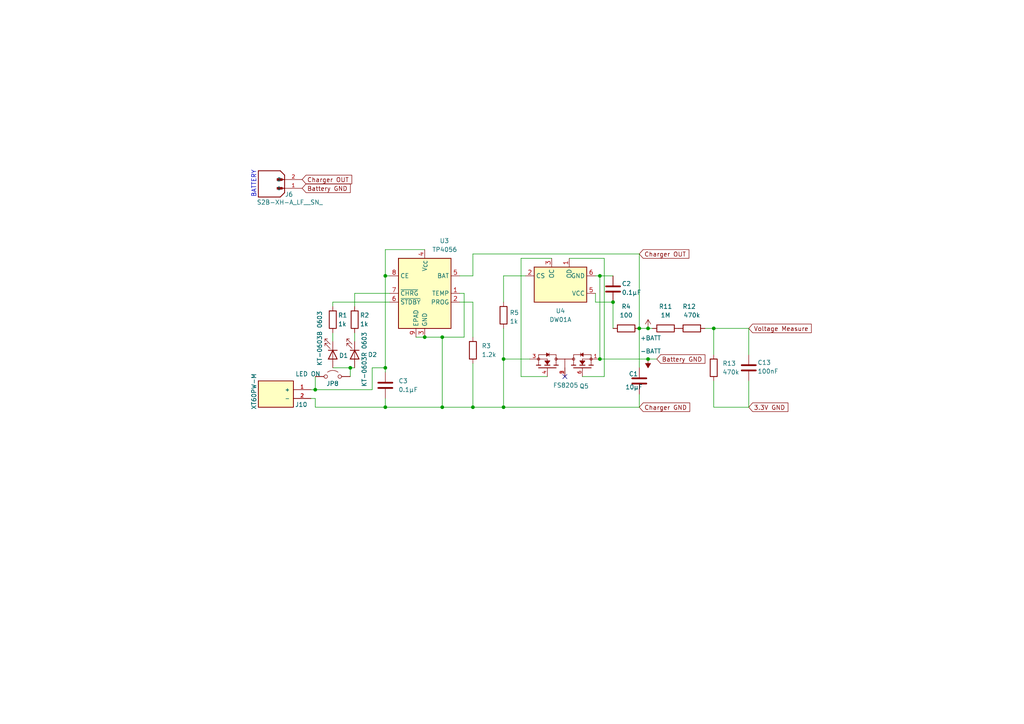
<source format=kicad_sch>
(kicad_sch (version 20250114) (generator "eeschema") (generator_version "9.0")
  (paper "A4")
  (title_block (title "Daniel Kluka Weather Station - DKWS") (date "2025-05-27") (rev "4") (company "Brno University of Technology") (comment 1 "Faculty of Eelectrical Engineering") (comment 2 "Department of Telecommunications") (comment 3 "Meteo Telcorain") (comment 4 "Bc. Daniel Kluka"))
  (lib_symbols
    (symbol "Battery_Management:DW01A"
      (property "Reference" "U" (at -6.604 6.35 0))
      (property "Value" "DW01A" (at 4.318 6.604 0))
      (symbol "DW01A_0_1"
        (pin power_in line (at -10.16 2.54 0) (length 2.54) (name "VCC") (number "5"))
        (pin power_in line (at -10.16 -2.54 0) (length 2.54) (name "GND") (number "6"))
        (pin output line (at -2.54 -7.62 90) (length 2.54) (name "OD") (number "1"))
        (pin output line (at 2.54 -7.62 90) (length 2.54) (name "OC") (number "3"))
        (pin input line (at 10.16 -2.54 180) (length 2.54) (name "CS") (number "2"))
      )
      (symbol "DW01A_1_1"
        (rectangle (start -7.62 5.08) (end 7.62 -5.08) (stroke (width 0.254)) (fill (type background)))
        (pin no_connect line (at 10.16 2.54 180) (length 2.54) (hide yes) (name "TD") (number "4"))
      )
    )
    (symbol "Battery_Management:TP4056-42-ESOP8"
      (property "Reference" "U" (at -6.604 11.684 0))
      (property "Value" "TP4056-42-ESOP8" (at 10.16 11.684 0))
      (symbol "TP4056-42-ESOP8_1_0"
        (pin input line (at -10.16 5.08 0) (length 2.54) (name "CE") (number "8"))
        (pin open_collector line (at -10.16 0 0) (length 2.54) (name "~{CHRG}") (number "7"))
        (pin open_collector line (at -10.16 -2.54 0) (length 2.54) (name "~{STDBY}") (number "6"))
        (pin passive line (at -2.54 -12.7 90) (length 2.54) (name "EPAD") (number "9"))
        (pin power_in line (at 0 12.7 270) (length 2.54) (name "V_{CC}") (number "4"))
        (pin power_in line (at 0 -12.7 90) (length 2.54) (name "GND") (number "3"))
        (pin power_out line (at 10.16 5.08 180) (length 2.54) (name "BAT") (number "5"))
        (pin input line (at 10.16 0 180) (length 2.54) (name "TEMP") (number "1"))
        (pin passive line (at 10.16 -2.54 180) (length 2.54) (name "PROG") (number "2"))
      )
      (symbol "TP4056-42-ESOP8_1_1"
        (rectangle (start -7.62 10.16) (end 7.62 -10.16) (stroke (width 0.254)) (fill (type background)))
      )
    )
    (symbol "Device:C" (pin_numbers (hide yes)) (pin_names (offset 0.254))
      (property "Reference" "C" (at 0.635 2.54 0))
      (property "Value" "C" (at 0.635 -2.54 0))
      (symbol "C_0_1"
        (polyline (pts (xy -2.032 0.762) (xy 2.032 0.762)) (stroke (width 0.508)))
        (polyline (pts (xy -2.032 -0.762) (xy 2.032 -0.762)) (stroke (width 0.508)))
      )
      (symbol "C_1_1"
        (pin passive line (at 0 3.81 270) (length 2.794) (name "~") (number "1"))
        (pin passive line (at 0 -3.81 90) (length 2.794) (name "~") (number "2"))
      )
    )
    (symbol "Device:LED" (pin_numbers (hide yes)) (pin_names (offset 1.016) (hide yes))
      (property "Reference" "D" (at 0 2.54 0))
      (property "Value" "LED" (at 0 -2.54 0))
      (symbol "LED_0_1"
        (polyline (pts (xy -3.048 -0.762) (xy -4.572 -2.286) (xy -3.81 -2.286) (xy -4.572 -2.286) (xy -4.572 -1.524)))
        (polyline (pts (xy -1.778 -0.762) (xy -3.302 -2.286) (xy -2.54 -2.286) (xy -3.302 -2.286) (xy -3.302 -1.524)))
        (polyline (pts (xy -1.27 0) (xy 1.27 0)))
        (polyline (pts (xy -1.27 -1.27) (xy -1.27 1.27)) (stroke (width 0.254)))
        (polyline (pts (xy 1.27 -1.27) (xy 1.27 1.27) (xy -1.27 0) (xy 1.27 -1.27)) (stroke (width 0.254)))
      )
      (symbol "LED_1_1"
        (pin passive line (at -3.81 0 0) (length 2.54) (name "K") (number "1"))
        (pin passive line (at 3.81 0 180) (length 2.54) (name "A") (number "2"))
      )
    )
    (symbol "Device:R" (pin_numbers (hide yes)) (pin_names (offset 0))
      (property "Reference" "R" (at 2.032 0 90))
      (property "Value" "R" (at 0 0 90))
      (symbol "R_0_1"
        (rectangle (start -1.016 -2.54) (end 1.016 2.54) (stroke (width 0.254)))
      )
      (symbol "R_1_1"
        (pin passive line (at 0 3.81 270) (length 1.27) (name "~") (number "1"))
        (pin passive line (at 0 -3.81 90) (length 1.27) (name "~") (number "2"))
      )
    )
    (symbol "FS8205_v2:FS8205" (pin_names (offset 1.016))
      (property "Reference" "Q" (at 2.54 2.286 0))
      (property "Value" "FS8205" (at 2.54 -2.032 0))
      (symbol "FS8205_0_0"
        (polyline (pts (xy -2.54 2.54) (xy -2.54 7.62)) (stroke (width 0.254)))
        (polyline (pts (xy -2.54 0) (xy 0 0)) (stroke (width 0.1524)))
        (polyline (pts (xy -2.54 -2.54) (xy -2.54 -7.62)) (stroke (width 0.254)))
        (polyline (pts (xy -1.778 7.62) (xy -1.778 8.255)) (stroke (width 0.254)))
        (polyline (pts (xy -1.778 6.985) (xy -1.778 7.62)) (stroke (width 0.254)))
        (polyline (pts (xy -1.778 5.08) (xy -1.778 5.842)) (stroke (width 0.254)))
        (polyline (pts (xy -1.778 5.08) (xy 0 5.08)) (stroke (width 0.1524)))
        (polyline (pts (xy -1.778 4.318) (xy -1.778 5.08)) (stroke (width 0.254)))
        (polyline (pts (xy -1.778 2.54) (xy -1.778 3.175)) (stroke (width 0.254)))
        (polyline (pts (xy -1.778 2.54) (xy 0 2.54)) (stroke (width 0.1524)))
        (polyline (pts (xy -1.778 1.905) (xy -1.778 2.54)) (stroke (width 0.254)))
        (polyline (pts (xy -1.778 -1.905) (xy -1.778 -2.54)) (stroke (width 0.254)))
        (polyline (pts (xy -1.778 -2.54) (xy -1.778 -3.175)) (stroke (width 0.254)))
        (polyline (pts (xy -1.778 -2.54) (xy 0 -2.54)) (stroke (width 0.1524)))
        (polyline (pts (xy -1.778 -4.318) (xy -1.778 -5.08)) (stroke (width 0.254)))
        (polyline (pts (xy -1.778 -5.08) (xy -1.778 -5.842)) (stroke (width 0.254)))
        (polyline (pts (xy -1.778 -5.08) (xy 0 -5.08)) (stroke (width 0.1524)))
        (polyline (pts (xy -1.778 -6.985) (xy -1.778 -7.62)) (stroke (width 0.254)))
        (polyline (pts (xy -1.778 -7.62) (xy -1.778 -8.255)) (stroke (width 0.254)))
        (polyline (pts (xy -1.524 5.08) (xy -0.508 4.318) (xy -0.508 5.842) (xy -1.524 5.08)) (stroke (width 0.1524)) (fill (type outline)))
        (polyline (pts (xy -1.524 -5.08) (xy -0.508 -4.318) (xy -0.508 -5.842) (xy -1.524 -5.08)) (stroke (width 0.1524)) (fill (type outline)))
        (circle (center 0 7.62) (radius 0.3592))
        (polyline (pts (xy 0 7.62) (xy -1.778 7.62)) (stroke (width 0.1524)))
        (polyline (pts (xy 0 7.62) (xy 1.27 7.62)) (stroke (width 0.1524)))
        (polyline (pts (xy 0 5.08) (xy 0 7.62)) (stroke (width 0.1524)))
        (circle (center 0 2.54) (radius 0.3592))
        (polyline (pts (xy 0 2.54) (xy 0 0)) (stroke (width 0.1778)))
        (polyline (pts (xy 0 2.54) (xy 1.27 2.54)) (stroke (width 0.1524)))
        (polyline (pts (xy 0 0) (xy 0 -2.54)) (stroke (width 0.1778)))
        (polyline (pts (xy 0 -2.54) (xy 1.27 -2.54)) (stroke (width 0.1524)))
        (circle (center 0 -2.54) (radius 0.3592))
        (polyline (pts (xy 0 -5.08) (xy 0 -7.62)) (stroke (width 0.1524)))
        (polyline (pts (xy 0 -7.62) (xy -1.778 -7.62)) (stroke (width 0.1524)))
        (polyline (pts (xy 0 -7.62) (xy 1.27 -7.62)) (stroke (width 0.1524)))
        (circle (center 0 -7.62) (radius 0.3592))
        (polyline (pts (xy 1.27 4.572) (xy 0.762 4.572)) (stroke (width 0.1524)))
        (polyline (pts (xy 1.27 4.572) (xy 1.27 7.62)) (stroke (width 0.1524)))
        (polyline (pts (xy 1.27 4.572) (xy 0.762 5.334) (xy 1.778 5.334) (xy 1.27 4.572)) (stroke (width 0.1524)) (fill (type outline)))
        (polyline (pts (xy 1.27 2.54) (xy 1.27 4.572)) (stroke (width 0.1524)))
        (polyline (pts (xy 1.27 -2.54) (xy 1.27 -4.572)) (stroke (width 0.1524)))
        (polyline (pts (xy 1.27 -4.572) (xy 0.762 -4.572)) (stroke (width 0.1524)))
        (polyline (pts (xy 1.27 -4.572) (xy 1.27 -7.62)) (stroke (width 0.1524)))
        (polyline (pts (xy 1.27 -4.572) (xy 0.762 -5.334) (xy 1.778 -5.334) (xy 1.27 -4.572)) (stroke (width 0.1524)) (fill (type outline)))
        (polyline (pts (xy 1.778 4.572) (xy 1.27 4.572)) (stroke (width 0.1524)))
        (polyline (pts (xy 1.778 -4.572) (xy 1.27 -4.572)) (stroke (width 0.1524)))
        (pin passive line (at -5.08 5.08 0) (length 2.54) (name "~") (number "4"))
        (pin passive line (at -5.08 0 0) (length 2.54) (name "~") (number "2"))
        (pin passive line (at -5.08 0 0) (length 2.54) (name "~") (number "5"))
        (pin passive line (at -5.08 -5.08 0) (length 2.54) (name "~") (number "6"))
        (pin passive line (at 0 10.16 270) (length 2.54) (name "~") (number "3"))
        (pin passive line (at 0 -10.16 90) (length 2.54) (name "~") (number "1"))
      )
    )
    (symbol "Jumper:Jumper_2_Open" (pin_numbers (hide yes)) (pin_names (offset 0) (hide yes)) (exclude_from_sim yes)
      (property "Reference" "JP" (at 0 2.794 0))
      (property "Value" "Jumper_2_Open" (at 0 -2.286 0))
      (symbol "Jumper_2_Open_0_0"
        (circle (center -2.032 0) (radius 0.508))
        (circle (center 2.032 0) (radius 0.508))
      )
      (symbol "Jumper_2_Open_0_1"
        (arc (start -1.524 1.27) (mid 0 1.778) (end 1.524 1.27))
      )
      (symbol "Jumper_2_Open_1_1"
        (pin passive line (at -5.08 0 0) (length 2.54) (name "A") (number "1"))
        (pin passive line (at 5.08 0 180) (length 2.54) (name "B") (number "2"))
      )
    )
    (symbol "S2B-XH-A_LF__SN_:S2B-XH-A_LF__SN_" (pin_names (offset 1.016))
      (property "Reference" "J1" (at -0.127 -7.62 0))
      (property "Value" "S2B-XH-A" (at -0.127 -5.08 0))
      (symbol "S2B-XH-A_LF__SN__0_0"
        (polyline (pts (xy -3.81 2.54) (xy -3.81 1.27)) (stroke (width 0.254)))
        (polyline (pts (xy -3.81 2.54) (xy -2.54 3.81)) (stroke (width 0.254)))
        (polyline (pts (xy -3.81 1.27) (xy -3.81 -2.54)) (stroke (width 0.254)))
        (polyline (pts (xy -3.81 1.27) (xy -1.905 1.27)) (stroke (width 0.254)))
        (polyline (pts (xy -3.81 -1.27) (xy -1.905 -1.27)) (stroke (width 0.254)))
        (polyline (pts (xy -3.81 -2.54) (xy -2.54 -3.81)) (stroke (width 0.254)))
        (rectangle (start -3.175 0.9525) (end -1.5875 1.5875) (stroke (width 0.1)) (fill (type outline)))
        (rectangle (start -3.175 -1.5875) (end -1.5875 -0.9525) (stroke (width 0.1)) (fill (type outline)))
        (polyline (pts (xy -2.54 -3.81) (xy 3.81 -3.81)) (stroke (width 0.254)))
        (polyline (pts (xy 3.81 3.81) (xy -2.54 3.81)) (stroke (width 0.254)))
        (polyline (pts (xy 3.81 -3.81) (xy 3.81 3.81)) (stroke (width 0.254)))
        (pin passive line (at -8.89 1.27 0) (length 5.08) (name "1") (number "1"))
        (pin passive line (at -8.89 -1.27 0) (length 5.08) (name "2") (number "2"))
      )
    )
    (symbol "XT60PW-M:XT60PW-M" (pin_names (offset 1.016))
      (property "Reference" "J10" (at -7.366 4.318 0))
      (property "Value" "SOLAR" (at 6.35 0.508 90))
      (symbol "XT60PW-M_0_0"
        (rectangle (start -5.08 -2.54) (end 5.08 5.08) (stroke (width 0.254)) (fill (type background)))
      )
      (symbol "XT60PW-M_1_0"
        (pin power_in line (at -10.16 2.54 0) (length 5.08) (name "-") (number "2"))
        (pin power_out line (at -10.16 0 0) (length 5.08) (name "+") (number "1"))
      )
    )
    (symbol "power:+BATT" (power) (pin_numbers (hide yes)) (pin_names (offset 0) (hide yes))
      (property "Value" "+BATT" (at 0 3.556 0))
      (symbol "+BATT_0_1"
        (polyline (pts (xy -0.762 1.27) (xy 0 2.54)))
        (polyline (pts (xy 0 2.54) (xy 0.762 1.27)))
        (polyline (pts (xy 0 0) (xy 0 2.54)))
      )
      (symbol "+BATT_1_1"
        (pin power_in line (at 0 0 90) (length 0) (name "~") (number "1"))
      )
    )
    (symbol "power:-BATT" (power) (pin_numbers (hide yes)) (pin_names (offset 0) (hide yes))
      (property "Value" "-BATT" (at 0 3.556 0))
      (symbol "-BATT_0_1"
        (polyline (pts (xy 0 0) (xy 0 2.54)))
        (polyline (pts (xy 0.762 1.27) (xy -0.762 1.27) (xy 0 2.54) (xy 0.762 1.27)) (fill (type outline)))
      )
      (symbol "-BATT_1_1"
        (pin power_in line (at 0 0 90) (length 0) (name "~") (number "1"))
      )
    )
  )
  (text "BATTERY" (at 73.66 53.34 90) (effects (font (size 1.27 1.27))))
  (junction (at 187.96 95.25))
  (junction (at 91.44 113.03))
  (junction (at 146.05 104.14))
  (junction (at 185.42 95.25))
  (junction (at 111.76 106.68))
  (junction (at 101.6 106.68))
  (junction (at 137.16 118.11))
  (junction (at 111.76 118.11))
  (junction (at 128.27 118.11))
  (junction (at 207.01 95.25))
  (junction (at 128.27 97.79))
  (junction (at 123.19 97.79))
  (junction (at 173.99 104.14))
  (junction (at 111.76 80.01))
  (junction (at 146.05 118.11))
  (junction (at 177.8 87.63))
  (junction (at 187.96 104.14))
  (junction (at 173.99 80.01))
  (no_connect (at 163.83 109.22))
  (wire (pts (xy 134.62 97.79) (xy 128.27 97.79)))
  (wire (pts (xy 111.76 106.68) (xy 107.95 106.68)))
  (wire (pts (xy 207.01 95.25) (xy 207.01 102.87)))
  (wire (pts (xy 146.05 118.11) (xy 185.42 118.11)))
  (wire (pts (xy 137.16 80.01) (xy 133.35 80.01)))
  (wire (pts (xy 185.42 95.25) (xy 185.42 106.68)))
  (wire (pts (xy 128.27 97.79) (xy 128.27 118.11)))
  (wire (pts (xy 101.6 109.22) (xy 101.6 106.68)))
  (wire (pts (xy 123.19 97.79) (xy 128.27 97.79)))
  (wire (pts (xy 137.16 118.11) (xy 137.16 105.41)))
  (wire (pts (xy 146.05 104.14) (xy 153.67 104.14)))
  (wire (pts (xy 173.99 104.14) (xy 187.96 104.14)))
  (wire (pts (xy 107.95 106.68) (xy 107.95 113.03)))
  (wire (pts (xy 102.87 88.9) (xy 102.87 85.09)))
  (wire (pts (xy 111.76 72.39) (xy 111.76 80.01)))
  (wire (pts (xy 128.27 118.11) (xy 137.16 118.11)))
  (wire (pts (xy 96.52 87.63) (xy 96.52 88.9)))
  (wire (pts (xy 111.76 118.11) (xy 128.27 118.11)))
  (wire (pts (xy 111.76 80.01) (xy 113.03 80.01)))
  (wire (pts (xy 120.65 97.79) (xy 123.19 97.79)))
  (wire (pts (xy 91.44 113.03) (xy 90.17 113.03)))
  (wire (pts (xy 137.16 97.79) (xy 137.16 87.63)))
  (wire (pts (xy 204.47 95.25) (xy 207.01 95.25)))
  (wire (pts (xy 152.4 80.01) (xy 146.05 80.01)))
  (wire (pts (xy 185.42 95.25) (xy 187.96 95.25)))
  (wire (pts (xy 137.16 87.63) (xy 133.35 87.63)))
  (wire (pts (xy 185.42 73.66) (xy 137.16 73.66)))
  (wire (pts (xy 123.19 72.39) (xy 111.76 72.39)))
  (wire (pts (xy 133.35 85.09) (xy 134.62 85.09)))
  (wire (pts (xy 137.16 73.66) (xy 137.16 80.01)))
  (wire (pts (xy 102.87 85.09) (xy 113.03 85.09)))
  (wire (pts (xy 96.52 96.52) (xy 96.52 99.06)))
  (wire (pts (xy 172.72 87.63) (xy 172.72 85.09)))
  (wire (pts (xy 207.01 95.25) (xy 217.17 95.25)))
  (wire (pts (xy 151.13 109.22) (xy 158.75 109.22)))
  (wire (pts (xy 107.95 113.03) (xy 91.44 113.03)))
  (wire (pts (xy 90.17 115.57) (xy 91.44 115.57)))
  (wire (pts (xy 146.05 104.14) (xy 146.05 118.11)))
  (wire (pts (xy 207.01 110.49) (xy 207.01 118.11)))
  (wire (pts (xy 175.26 109.22) (xy 168.91 109.22)))
  (wire (pts (xy 160.02 74.93) (xy 151.13 74.93)))
  (wire (pts (xy 134.62 85.09) (xy 134.62 97.79)))
  (wire (pts (xy 91.44 109.22) (xy 91.44 113.03)))
  (wire (pts (xy 102.87 96.52) (xy 102.87 99.06)))
  (wire (pts (xy 91.44 118.11) (xy 111.76 118.11)))
  (wire (pts (xy 113.03 87.63) (xy 96.52 87.63)))
  (wire (pts (xy 175.26 74.93) (xy 175.26 109.22)))
  (wire (pts (xy 185.42 114.3) (xy 185.42 118.11)))
  (wire (pts (xy 177.8 95.25) (xy 177.8 87.63)))
  (wire (pts (xy 146.05 95.25) (xy 146.05 104.14)))
  (wire (pts (xy 189.23 95.25) (xy 187.96 95.25)))
  (wire (pts (xy 217.17 110.49) (xy 217.17 118.11)))
  (wire (pts (xy 207.01 118.11) (xy 217.17 118.11)))
  (wire (pts (xy 217.17 95.25) (xy 217.17 102.87)))
  (wire (pts (xy 111.76 115.57) (xy 111.76 118.11)))
  (wire (pts (xy 177.8 87.63) (xy 172.72 87.63)))
  (wire (pts (xy 172.72 80.01) (xy 173.99 80.01)))
  (wire (pts (xy 151.13 74.93) (xy 151.13 109.22)))
  (wire (pts (xy 111.76 80.01) (xy 111.76 106.68)))
  (wire (pts (xy 91.44 115.57) (xy 91.44 118.11)))
  (wire (pts (xy 146.05 80.01) (xy 146.05 87.63)))
  (wire (pts (xy 185.42 73.66) (xy 185.42 95.25)))
  (wire (pts (xy 111.76 106.68) (xy 111.76 107.95)))
  (wire (pts (xy 96.52 106.68) (xy 101.6 106.68)))
  (wire (pts (xy 190.5 104.14) (xy 187.96 104.14)))
  (wire (pts (xy 165.1 74.93) (xy 175.26 74.93)))
  (wire (pts (xy 173.99 80.01) (xy 173.99 104.14)))
  (wire (pts (xy 173.99 80.01) (xy 177.8 80.01)))
  (wire (pts (xy 137.16 118.11) (xy 146.05 118.11)))
  (wire (pts (xy 101.6 106.68) (xy 102.87 106.68)))
  (global_label "Battery GND" (shape input) (at 87.63 54.61 0) (property "Intersheetrefs" "${INTERSHEET_REFS}" (effects (hide yes))))
  (global_label "3.3V GND" (shape input) (at 217.17 118.11 0) (property "Intersheetrefs" "${INTERSHEET_REFS}" (effects (hide yes))))
  (global_label "Charger OUT" (shape input) (at 185.42 73.66 0) (property "Intersheetrefs" "${INTERSHEET_REFS}" (effects (hide yes))))
  (global_label "Charger GND" (shape input) (at 185.42 118.11 0) (property "Intersheetrefs" "${INTERSHEET_REFS}" (effects (hide yes))))
  (global_label "Voltage Measure" (shape input) (at 217.17 95.25 0) (property "Intersheetrefs" "${INTERSHEET_REFS}" (effects (hide yes))))
  (global_label "Charger OUT" (shape input) (at 87.63 52.07 0) (property "Intersheetrefs" "${INTERSHEET_REFS}" (effects (hide yes))))
  (global_label "Battery GND" (shape input) (at 190.5 104.14 0) (property "Intersheetrefs" "${INTERSHEET_REFS}" (effects (hide yes))))
  (symbol (lib_id "Device:R") (at 207.01 106.68 0) (unit 1)
    (property "Reference" "R13" (at 209.55 105.4099 0) (effects (justify left)))
    (property "Value" "470k" (at 209.55 107.9499 0) (effects (justify left)))
    (property "Footprint" "Resistor_SMD:R_0603_1608Metric" (effects (hide yes)))
    (property "Description" "Resistor" (effects (hide yes)))
    (property "LCSC" "C23178" (effects (hide yes)))
  )
  (symbol (lib_id "Device:R") (at 200.66 95.25 90) (unit 1)
    (property "Reference" "R12" (at 199.898 88.9 90))
    (property "Value" "470k" (at 200.66 91.44 90))
    (property "Footprint" "Resistor_SMD:R_0603_1608Metric" (effects (hide yes)))
    (property "Description" "Resistor" (effects (hide yes)))
    (property "LCSC" "C23178" (effects (hide yes)))
  )
  (symbol (lib_id "Device:R") (at 137.16 101.6 0) (unit 1)
    (property "Reference" "R3" (at 139.7 100.3299 0) (effects (justify left)))
    (property "Value" "1.2k" (at 139.7 102.8699 0) (effects (justify left)))
    (property "Footprint" "Resistor_SMD:R_0603_1608Metric" (effects (hide yes)))
    (property "Description" "Resistor" (effects (hide yes)))
    (property "LCSC" "C22765" (effects (hide yes)))
  )
  (symbol (lib_id "power:-BATT") (at 187.96 104.14 180) (unit 1)
    (property "Reference" "#PWR05" (effects (hide yes)))
    (property "Value" "-BATT" (at 188.722 101.854 0))
    (property "Description" "Power symbol creates a global label with name \"-BATT\"" (effects (hide yes)))
  )
  (symbol (lib_id "Device:LED") (at 96.52 102.87 270) (unit 1)
    (property "Reference" "D1" (at 98.298 103.124 90) (effects (justify left)))
    (property "Value" "KT-0603B 0603" (at 92.71 90.17 0) (effects (justify left)))
    (property "Footprint" "LED_SMD:LED_0603_1608Metric" (effects (hide yes)))
    (property "Description" "Light emitting diode" (effects (hide yes)))
    (property "Sim.Pins" "1=K 2=A" (effects (hide yes)))
    (property "LCSC" "C2288" (effects (hide yes)))
  )
  (symbol (lib_id "Device:C") (at 185.42 110.49 0) (unit 1)
    (property "Reference" "C1" (at 182.372 108.458 0) (effects (justify left)))
    (property "Value" "10μF" (at 181.356 112.268 0) (effects (justify left)))
    (property "Footprint" "Capacitor_SMD:C_0603_1608Metric" (effects (hide yes)))
    (property "Description" "Unpolarized capacitor" (effects (hide yes)))
    (property "LCSC" "C19702" (effects (hide yes)))
  )
  (symbol (lib_id "Device:C") (at 177.8 83.82 0) (unit 1)
    (property "Reference" "C2" (at 180.34 82.296 0) (effects (justify left)))
    (property "Value" "0.1μF" (at 180.34 84.836 0) (effects (justify left)))
    (property "Footprint" "Capacitor_SMD:C_0603_1608Metric" (effects (hide yes)))
    (property "Description" "Unpolarized capacitor" (effects (hide yes)))
    (property "LCSC" "C14663" (effects (hide yes)))
  )
  (symbol (lib_id "Device:R") (at 181.61 95.25 270) (unit 1)
    (property "Reference" "R4" (at 181.61 88.9 90))
    (property "Value" "100" (at 181.61 91.44 90))
    (property "Footprint" "Resistor_SMD:R_0603_1608Metric" (effects (hide yes)))
    (property "Description" "Resistor" (effects (hide yes)))
    (property "LCSC" "C22775" (effects (hide yes)))
  )
  (symbol (lib_id "Device:R") (at 146.05 91.44 0) (unit 1)
    (property "Reference" "R5" (at 147.828 90.678 0) (effects (justify left)))
    (property "Value" "1k" (at 147.828 93.218 0) (effects (justify left)))
    (property "Footprint" "Resistor_SMD:R_0603_1608Metric" (effects (hide yes)))
    (property "Description" "Resistor" (effects (hide yes)))
    (property "LCSC" "C21190" (effects (hide yes)))
  )
  (symbol (lib_id "Device:R") (at 193.04 95.25 90) (unit 1)
    (property "Reference" "R11" (at 193.04 88.9 90))
    (property "Value" "1M" (at 193.04 91.44 90))
    (property "Footprint" "Resistor_SMD:R_0603_1608Metric" (effects (hide yes)))
    (property "Description" "Resistor" (effects (hide yes)))
    (property "LCSC" "C22935" (effects (hide yes)))
  )
  (symbol (lib_id "Device:R") (at 102.87 92.71 0) (unit 1)
    (property "Reference" "R2" (at 104.394 91.44 0) (effects (justify left)))
    (property "Value" "1k" (at 104.394 93.98 0) (effects (justify left)))
    (property "Footprint" "Resistor_SMD:R_0603_1608Metric" (effects (hide yes)))
    (property "Description" "Resistor" (effects (hide yes)))
    (property "LCSC" "C21190" (effects (hide yes)))
  )
  (symbol (lib_id "S2B-XH-A_LF__SN_:S2B-XH-A_LF__SN_") (at 78.74 53.34 180) (unit 1)
    (property "Reference" "J6" (at 83.82 56.388 0))
    (property "Value" "S2B-XH-A_LF__SN_" (at 84.074 58.674 0))
    (property "Footprint" "S2B_XH:JST_S2B-XH-A_LF__SN_" (effects (hide yes)))
    (property "Description" "BATTERY" (effects (hide yes)))
    (property "MF" "JST Sales" (effects (hide yes)))
    (property "Description_1" "Connector Header Through Hole, Right Angle 2 position 0.098 (2.50mm)" (effects (hide yes)))
    (property "Package" "None" (effects (hide yes)))
    (property "Price" "None" (effects (hide yes)))
    (property "Check_prices" "https://www.snapeda.com/parts/S2B-XH-A(LF)(SN)/JST/view-part/?ref=eda" (effects (hide yes)))
    (property "SnapEDA_Link" "https://www.snapeda.com/parts/S2B-XH-A(LF)(SN)/JST/view-part/?ref=snap" (effects (hide yes)))
    (property "MP" "S2B-XH-A(LF)(SN)" (effects (hide yes)))
    (property "Availability" "In Stock" (effects (hide yes)))
    (property "MANUFACTURER" "JST" (effects (hide yes)))
    (property "LCSC" "C157931" (effects (hide yes)))
  )
  (symbol (lib_id "Device:C") (at 111.76 111.76 0) (unit 1)
    (property "Reference" "C3" (at 115.57 110.4899 0) (effects (justify left)))
    (property "Value" "0.1μF" (at 115.57 113.0299 0) (effects (justify left)))
    (property "Footprint" "Capacitor_SMD:C_0603_1608Metric" (effects (hide yes)))
    (property "Description" "Unpolarized capacitor" (effects (hide yes)))
    (property "LCSC" "C14663" (effects (hide yes)))
  )
  (symbol (lib_id "power:+BATT") (at 187.96 95.25 0) (unit 1)
    (property "Reference" "#PWR04" (effects (hide yes)))
    (property "Value" "+BATT" (at 188.722 98.044 0))
    (property "Description" "Power symbol creates a global label with name \"+BATT\"" (effects (hide yes)))
  )
  (symbol (lib_id "Battery_Management:TP4056-42-ESOP8") (at 123.19 85.09 0) (unit 1)
    (property "Reference" "U3" (at 127.508 69.85 0) (effects (justify left)))
    (property "Value" "TP4056" (at 125.3333 72.39 0) (effects (justify left)))
    (property "Footprint" "Package_SO:SOIC-8-1EP_3.9x4.9mm_P1.27mm_EP2.41x3.3mm_ThermalVias" (effects (hide yes)))
    (property "Datasheet" "https://www.lcsc.com/datasheet/lcsc_datasheet_2410121619_TOPPOWER-Nanjing-Extension-Microelectronics-TP4056-42-ESOP8_C16581.pdf" (effects (hide yes)))
    (property "Description" "1A Standalone Linear Li-ion/LiPo single-cell battery charger, 4.2V ±1% charge voltage, VCC = 4.0..8.0V, SOIC-8 (SOP-8)" (effects (hide yes)))
    (property "LCSC" "C725790" (effects (hide yes)))
  )
  (symbol (lib_id "Battery_Management:DW01A") (at 162.56 82.55 180) (unit 1)
    (property "Reference" "U4" (at 162.56 90.17 0))
    (property "Value" "DW01A" (at 162.56 92.71 0))
    (property "Footprint" "Package_TO_SOT_SMD:SOT-23-6" (effects (hide yes)))
    (property "Datasheet" "https://hmsemi.com/downfile/DW01A.PDF" (effects (hide yes)))
    (property "Description" "Overcharge, overcurrent and overdischarge protection IC for single cell lithium-ion/polymer battery" (effects (hide yes)))
    (property "LCSC" "C2927799" (effects (hide yes)))
  )
  (symbol (lib_id "FS8205_v2:FS8205") (at 163.83 104.14 90) (unit 1)
    (property "Reference" "Q5" (at 169.418 112.014 90))
    (property "Value" "FS8205" (at 164.084 111.76 90))
    (property "Footprint" "FS8205A_v2:SOT95P280X145-6N" (effects (hide yes)))
    (property "MF" "Fortune Semiconductor" (effects (hide yes)))
    (property "MAXIMUM_PACKAGE_HEIGHT" "1.45mm" (effects (hide yes)))
    (property "Package" "Package" (effects (hide yes)))
    (property "Price" "None" (effects (hide yes)))
    (property "Check_prices" "https://www.snapeda.com/parts/FS8205/Fortune+Semiconductor/view-part/?ref=eda" (effects (hide yes)))
    (property "STANDARD" "IPC-7351B" (effects (hide yes)))
    (property "PARTREV" "1.9" (effects (hide yes)))
    (property "SnapEDA_Link" "https://www.snapeda.com/parts/FS8205/Fortune+Semiconductor/view-part/?ref=snap" (effects (hide yes)))
    (property "MP" "FS8205" (effects (hide yes)))
    (property "Description_1" "Dual N-Channel Enhancement Mode Power MOSFET" (effects (hide yes)))
    (property "Availability" "In Stock" (effects (hide yes)))
    (property "MANUFACTURER" "Fortune" (effects (hide yes)))
    (property "LCSC" "C2830320" (effects (hide yes)))
  )
  (symbol (lib_id "Device:R") (at 96.52 92.71 0) (unit 1)
    (property "Reference" "R1" (at 98.044 91.44 0) (effects (justify left)))
    (property "Value" "1k" (at 98.044 93.98 0) (effects (justify left)))
    (property "Footprint" "Resistor_SMD:R_0603_1608Metric" (effects (hide yes)))
    (property "Description" "Resistor" (effects (hide yes)))
    (property "LCSC" "C21190" (effects (hide yes)))
  )
  (symbol (lib_id "Jumper:Jumper_2_Open") (at 96.52 109.22 0) (unit 1) (exclude_from_sim yes)
    (property "Reference" "JP8" (at 98.298 111.252 0) (effects (justify right)))
    (property "Value" "LED ON" (at 92.964 108.458 0) (effects (justify right)))
    (property "Footprint" "Connector_PinHeader_2.00mm:PinHeader_1x02_P2.00mm_Vertical" (effects (hide yes)))
    (property "Description" "Jumper, 2-pole, open" (effects (hide yes)))
    (property "LCSC" "C706997" (effects (hide yes)))
  )
  (symbol (lib_id "Device:C") (at 217.17 106.68 0) (unit 1)
    (property "Reference" "C13" (at 219.71 105.156 0) (effects (justify left)))
    (property "Value" "100nF" (at 219.71 107.696 0) (effects (justify left)))
    (property "Footprint" "Capacitor_SMD:C_0603_1608Metric" (effects (hide yes)))
    (property "Description" "Unpolarized capacitor" (effects (hide yes)))
    (property "LCSC" "C14663" (effects (hide yes)))
  )
  (symbol (lib_id "XT60PW-M:XT60PW-M") (at 80.01 113.03 180) (unit 1)
    (property "Reference" "J10" (at 87.376 117.348 0))
    (property "Value" "XT60PW-M" (at 73.66 113.538 90))
    (property "Footprint" "XT60:AMASS_XT60PW-M" (effects (hide yes)))
    (property "Description" "Solar" (effects (hide yes)))
    (property "MF" "AMASS" (effects (hide yes)))
    (property "MAXIMUM_PACKAGE_HEIGHT" "8.4 mm" (effects (hide yes)))
    (property "Package" "Package" (effects (hide yes)))
    (property "Price" "None" (effects (hide yes)))
    (property "Check_prices" "https://www.snapeda.com/parts/XT60PW-M/AMASS/view-part/?ref=eda" (effects (hide yes)))
    (property "STANDARD" "Manufacturer recommendations" (effects (hide yes)))
    (property "PARTREV" "V1.2" (effects (hide yes)))
    (property "SnapEDA_Link" "https://www.snapeda.com/parts/XT60PW-M/AMASS/view-part/?ref=snap" (effects (hide yes)))
    (property "MP" "XT60PW-M" (effects (hide yes)))
    (property "Description_1" "Socket, DC supply, male, PIN: 2" (effects (hide yes)))
    (property "Availability" "Not in stock" (effects (hide yes)))
    (property "MANUFACTURER" "AMASS" (effects (hide yes)))
    (property "LCSC" "C98732" (effects (hide yes)))
  )
  (symbol (lib_id "Device:LED") (at 102.87 102.87 270) (unit 1)
    (property "Reference" "D2" (at 106.68 102.87 90) (effects (justify left)))
    (property "Value" "KT-0603R 0603" (at 105.664 96.266 0) (effects (justify left)))
    (property "Footprint" "LED_SMD:LED_0603_1608Metric" (effects (hide yes)))
    (property "Description" "Light emitting diode" (effects (hide yes)))
    (property "Sim.Pins" "1=K 2=A" (effects (hide yes)))
    (property "LCSC" "C2286" (effects (hide yes)))
  )
)
</source>
